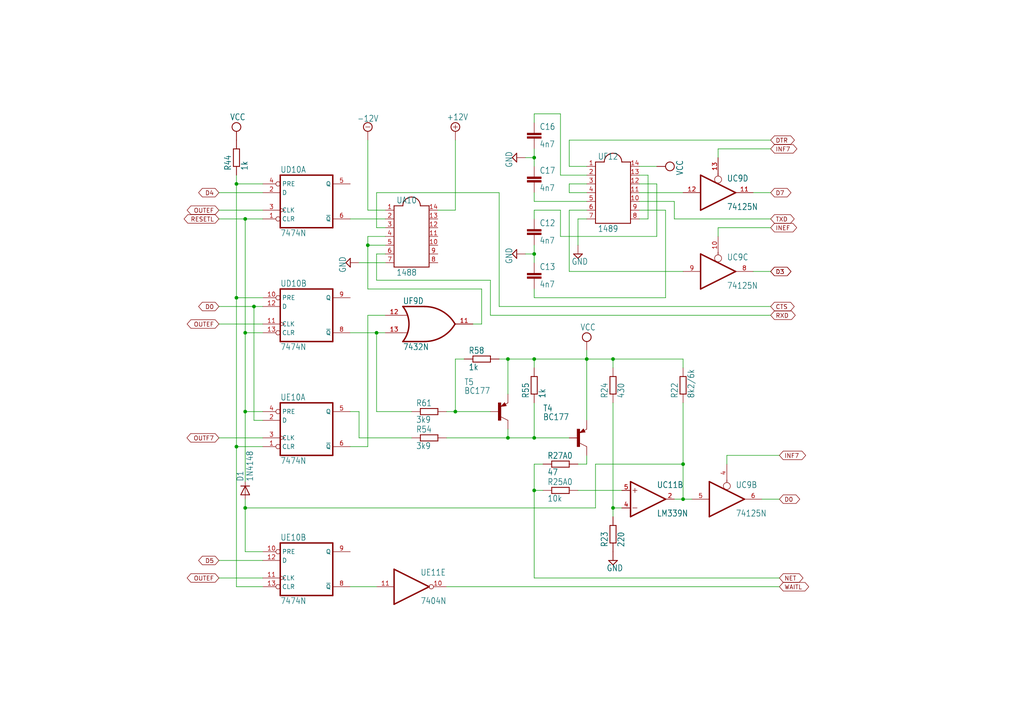
<source format=kicad_sch>
(kicad_sch (version 20230121) (generator eeschema)
  (paper "A4")
  (lib_symbols
    (symbol "HC2000:+12V" (power)
      (property "Value" "+12V" (at -2.54 3.175 0))
      (symbol "+12V_1_0"
        (polyline (pts (xy -0.635 1.27) (xy 0.635 1.27)) (stroke (width 0.1524)))
        (polyline (pts (xy 0 1.905) (xy 0 0.635)) (stroke (width 0.1524)))
        (circle (center 0 1.27) (radius 1.27) (stroke (width 0.254)))
        (pin power_in line (at 0 -2.54 90) (length 2.54) (name "+12V") (number "1"))
      )
    )
    (symbol "HC2000:-12V" (power)
      (property "Value" "-12V" (at -3.175 -4.699 0))
      (symbol "-12V_1_0"
        (circle (center 0 -1.27) (radius 1.27) (stroke (width 0.254)))
        (polyline (pts (xy -0.635 -1.27) (xy 0.635 -1.27)) (stroke (width 0.1524)))
        (pin power_in line (at 0 2.54 270) (length 2.54) (name "-12V") (number "1"))
      )
    )
    (symbol "HC2000:1N4148DO35-10"
      (property "Reference" "D" (at 2.54 0.4826 0))
      (property "Value" "1N4148DO35-10" (at 2.54 -2.3114 0))
      (symbol "1N4148DO35-10_1_0"
        (polyline (pts (xy -1.27 -1.27) (xy 1.27 0)) (stroke (width 0.254)))
        (polyline (pts (xy -1.27 1.27) (xy -1.27 -1.27)) (stroke (width 0.254)))
        (polyline (pts (xy 1.27 0) (xy -1.27 1.27)) (stroke (width 0.254)))
        (polyline (pts (xy 1.27 0) (xy 1.27 -1.27)) (stroke (width 0.254)))
        (polyline (pts (xy 1.27 1.27) (xy 1.27 0)) (stroke (width 0.254)))
        (pin passive line (at -2.54 0 0) (length 2.54) (name "A") (number "A"))
        (pin passive line (at 2.54 0 180) (length 2.54) (name "C") (number "C"))
      )
    )
    (symbol "HC2000:7404N"
      (property "Reference" "IC" (at -0.635 -0.635 0))
      (symbol "7404N_1_0"
        (polyline (pts (xy -5.08 -5.08) (xy -5.08 5.08)) (stroke (width 0.4064)))
        (polyline (pts (xy -5.08 5.08) (xy 5.08 0)) (stroke (width 0.4064)))
        (polyline (pts (xy 5.08 0) (xy -5.08 -5.08)) (stroke (width 0.4064)))
        (pin input line (at -10.16 0 0) (length 5.08) (name "I") (number "1"))
        (pin output inverted (at 10.16 0 180) (length 5.08) (name "O") (number "2"))
      )
      (symbol "7404N_2_0"
        (polyline (pts (xy -5.08 -5.08) (xy -5.08 5.08)) (stroke (width 0.4064)))
        (polyline (pts (xy -5.08 5.08) (xy 5.08 0)) (stroke (width 0.4064)))
        (polyline (pts (xy 5.08 0) (xy -5.08 -5.08)) (stroke (width 0.4064)))
        (pin input line (at -10.16 0 0) (length 5.08) (name "I") (number "3"))
        (pin output inverted (at 10.16 0 180) (length 5.08) (name "O") (number "4"))
      )
      (symbol "7404N_3_0"
        (polyline (pts (xy -5.08 -5.08) (xy -5.08 5.08)) (stroke (width 0.4064)))
        (polyline (pts (xy -5.08 5.08) (xy 5.08 0)) (stroke (width 0.4064)))
        (polyline (pts (xy 5.08 0) (xy -5.08 -5.08)) (stroke (width 0.4064)))
        (pin input line (at -10.16 0 0) (length 5.08) (name "I") (number "5"))
        (pin output inverted (at 10.16 0 180) (length 5.08) (name "O") (number "6"))
      )
      (symbol "7404N_4_0"
        (polyline (pts (xy -5.08 -5.08) (xy -5.08 5.08)) (stroke (width 0.4064)))
        (polyline (pts (xy -5.08 5.08) (xy 5.08 0)) (stroke (width 0.4064)))
        (polyline (pts (xy 5.08 0) (xy -5.08 -5.08)) (stroke (width 0.4064)))
        (pin output inverted (at 10.16 0 180) (length 5.08) (name "O") (number "8"))
        (pin input line (at -10.16 0 0) (length 5.08) (name "I") (number "9"))
      )
      (symbol "7404N_5_0"
        (polyline (pts (xy -5.08 -5.08) (xy -5.08 5.08)) (stroke (width 0.4064)))
        (polyline (pts (xy -5.08 5.08) (xy 5.08 0)) (stroke (width 0.4064)))
        (polyline (pts (xy 5.08 0) (xy -5.08 -5.08)) (stroke (width 0.4064)))
        (pin output inverted (at 10.16 0 180) (length 5.08) (name "O") (number "10"))
        (pin input line (at -10.16 0 0) (length 5.08) (name "I") (number "11"))
      )
      (symbol "7404N_6_0"
        (polyline (pts (xy -5.08 -5.08) (xy -5.08 5.08)) (stroke (width 0.4064)))
        (polyline (pts (xy -5.08 5.08) (xy 5.08 0)) (stroke (width 0.4064)))
        (polyline (pts (xy 5.08 0) (xy -5.08 -5.08)) (stroke (width 0.4064)))
        (pin output inverted (at 10.16 0 180) (length 5.08) (name "O") (number "12"))
        (pin input line (at -10.16 0 0) (length 5.08) (name "I") (number "13"))
      )
      (symbol "7404N_7_0"
        (text "GND" (at 1.905 -7.62 900) (effects (font (size 1.27 1.0795)) (justify left bottom)))
        (text "VCC" (at 1.905 5.08 900) (effects (font (size 1.27 1.0795)) (justify left bottom)))
        (pin power_in line (at 0 10.16 270) (length 7.62) (name "VCC") (number "14"))
        (pin power_in line (at 0 -10.16 90) (length 7.62) (name "GND") (number "7"))
      )
    )
    (symbol "HC2000:74125N"
      (property "Reference" "IC" (at -0.635 -0.635 0))
      (symbol "74125N_1_0"
        (polyline (pts (xy -5.08 -5.08) (xy -5.08 5.08)) (stroke (width 0.4064)))
        (polyline (pts (xy 0 4.826) (xy 0 5.588)) (stroke (width 0.1524)))
        (polyline (pts (xy 5.08 0) (xy -5.08 -5.08)) (stroke (width 0.4064)))
        (polyline (pts (xy 5.08 0) (xy -5.08 5.08)) (stroke (width 0.4064)))
        (circle (center 0 3.81) (radius 1.016) (stroke (width 0.1524)))
        (pin input line (at 0 10.16 270) (length 5.08) (name "OE") (number "1"))
        (pin input line (at -10.16 0 0) (length 5.08) (name "I") (number "2"))
        (pin tri_state line (at 10.16 0 180) (length 5.08) (name "O") (number "3"))
      )
      (symbol "74125N_2_0"
        (polyline (pts (xy -5.08 -5.08) (xy -5.08 5.08)) (stroke (width 0.4064)))
        (polyline (pts (xy 0 4.826) (xy 0 5.588)) (stroke (width 0.1524)))
        (polyline (pts (xy 5.08 0) (xy -5.08 -5.08)) (stroke (width 0.4064)))
        (polyline (pts (xy 5.08 0) (xy -5.08 5.08)) (stroke (width 0.4064)))
        (circle (center 0 3.81) (radius 1.016) (stroke (width 0.1524)))
        (pin input line (at 0 10.16 270) (length 5.08) (name "OE") (number "4"))
        (pin input line (at -10.16 0 0) (length 5.08) (name "I") (number "5"))
        (pin tri_state line (at 10.16 0 180) (length 5.08) (name "O") (number "6"))
      )
      (symbol "74125N_3_0"
        (polyline (pts (xy -5.08 -5.08) (xy -5.08 5.08)) (stroke (width 0.4064)))
        (polyline (pts (xy 0 4.826) (xy 0 5.588)) (stroke (width 0.1524)))
        (polyline (pts (xy 5.08 0) (xy -5.08 -5.08)) (stroke (width 0.4064)))
        (polyline (pts (xy 5.08 0) (xy -5.08 5.08)) (stroke (width 0.4064)))
        (circle (center 0 3.81) (radius 1.016) (stroke (width 0.1524)))
        (pin input line (at 0 10.16 270) (length 5.08) (name "OE") (number "10"))
        (pin tri_state line (at 10.16 0 180) (length 5.08) (name "O") (number "8"))
        (pin input line (at -10.16 0 0) (length 5.08) (name "I") (number "9"))
      )
      (symbol "74125N_4_0"
        (polyline (pts (xy -5.08 -5.08) (xy -5.08 5.08)) (stroke (width 0.4064)))
        (polyline (pts (xy 0 4.826) (xy 0 5.588)) (stroke (width 0.1524)))
        (polyline (pts (xy 5.08 0) (xy -5.08 -5.08)) (stroke (width 0.4064)))
        (polyline (pts (xy 5.08 0) (xy -5.08 5.08)) (stroke (width 0.4064)))
        (circle (center 0 3.81) (radius 1.016) (stroke (width 0.1524)))
        (pin tri_state line (at 10.16 0 180) (length 5.08) (name "O") (number "11"))
        (pin input line (at -10.16 0 0) (length 5.08) (name "I") (number "12"))
        (pin input line (at 0 10.16 270) (length 5.08) (name "OE") (number "13"))
      )
      (symbol "74125N_5_0"
        (text "GND" (at 1.905 -7.62 900) (effects (font (size 1.27 1.0795)) (justify left bottom)))
        (text "VCC" (at 1.905 5.08 900) (effects (font (size 1.27 1.0795)) (justify left bottom)))
        (pin power_in line (at 0 10.16 270) (length 7.62) (name "VCC") (number "14"))
        (pin power_in line (at 0 -10.16 90) (length 7.62) (name "GND") (number "7"))
      )
    )
    (symbol "HC2000:7432N"
      (property "Reference" "IC" (at -0.635 -0.635 0))
      (symbol "7432N_1_0"
        (arc (start -7.62 -5.08) (mid -5.838 0) (end -7.62 5.08) (stroke (width 0.4064)))
        (arc (start -1.2446 -5.0678) (mid 3.8372 -3.689) (end 7.5439 0.0507) (stroke (width 0.4064)))
        (polyline (pts (xy -7.62 -2.54) (xy -6.35 -2.54)) (stroke (width 0.1524)))
        (polyline (pts (xy -7.62 2.54) (xy -6.35 2.54)) (stroke (width 0.1524)))
        (polyline (pts (xy -1.27 -5.08) (xy -7.62 -5.08)) (stroke (width 0.4064)))
        (polyline (pts (xy -1.27 5.08) (xy -7.62 5.08)) (stroke (width 0.4064)))
        (arc (start 7.5442 -0.0505) (mid 3.8373 3.6892) (end -1.2446 5.0678) (stroke (width 0.4064)))
        (pin input line (at -12.7 2.54 0) (length 5.08) (name "I0") (number "1"))
        (pin input line (at -12.7 -2.54 0) (length 5.08) (name "I1") (number "2"))
        (pin output line (at 12.7 0 180) (length 5.08) (name "O") (number "3"))
      )
      (symbol "7432N_2_0"
        (arc (start -7.62 -5.08) (mid -5.838 0) (end -7.62 5.08) (stroke (width 0.4064)))
        (arc (start -1.2446 -5.0678) (mid 3.8372 -3.689) (end 7.5439 0.0507) (stroke (width 0.4064)))
        (polyline (pts (xy -7.62 -2.54) (xy -6.35 -2.54)) (stroke (width 0.1524)))
        (polyline (pts (xy -7.62 2.54) (xy -6.35 2.54)) (stroke (width 0.1524)))
        (polyline (pts (xy -1.27 -5.08) (xy -7.62 -5.08)) (stroke (width 0.4064)))
        (polyline (pts (xy -1.27 5.08) (xy -7.62 5.08)) (stroke (width 0.4064)))
        (arc (start 7.5442 -0.0505) (mid 3.8373 3.6892) (end -1.2446 5.0678) (stroke (width 0.4064)))
        (pin input line (at -12.7 2.54 0) (length 5.08) (name "I0") (number "4"))
        (pin input line (at -12.7 -2.54 0) (length 5.08) (name "I1") (number "5"))
        (pin output line (at 12.7 0 180) (length 5.08) (name "O") (number "6"))
      )
      (symbol "7432N_3_0"
        (arc (start -7.62 -5.08) (mid -5.838 0) (end -7.62 5.08) (stroke (width 0.4064)))
        (arc (start -1.2446 -5.0678) (mid 3.8372 -3.689) (end 7.5439 0.0507) (stroke (width 0.4064)))
        (polyline (pts (xy -7.62 -2.54) (xy -6.35 -2.54)) (stroke (width 0.1524)))
        (polyline (pts (xy -7.62 2.54) (xy -6.35 2.54)) (stroke (width 0.1524)))
        (polyline (pts (xy -1.27 -5.08) (xy -7.62 -5.08)) (stroke (width 0.4064)))
        (polyline (pts (xy -1.27 5.08) (xy -7.62 5.08)) (stroke (width 0.4064)))
        (arc (start 7.5442 -0.0505) (mid 3.8373 3.6892) (end -1.2446 5.0678) (stroke (width 0.4064)))
        (pin input line (at -12.7 -2.54 0) (length 5.08) (name "I1") (number "10"))
        (pin output line (at 12.7 0 180) (length 5.08) (name "O") (number "8"))
        (pin input line (at -12.7 2.54 0) (length 5.08) (name "I0") (number "9"))
      )
      (symbol "7432N_4_0"
        (arc (start -7.62 -5.08) (mid -5.838 0) (end -7.62 5.08) (stroke (width 0.4064)))
        (arc (start -1.2446 -5.0678) (mid 3.8372 -3.689) (end 7.5439 0.0507) (stroke (width 0.4064)))
        (polyline (pts (xy -7.62 -2.54) (xy -6.35 -2.54)) (stroke (width 0.1524)))
        (polyline (pts (xy -7.62 2.54) (xy -6.35 2.54)) (stroke (width 0.1524)))
        (polyline (pts (xy -1.27 -5.08) (xy -7.62 -5.08)) (stroke (width 0.4064)))
        (polyline (pts (xy -1.27 5.08) (xy -7.62 5.08)) (stroke (width 0.4064)))
        (arc (start 7.5442 -0.0505) (mid 3.8373 3.6892) (end -1.2446 5.0678) (stroke (width 0.4064)))
        (pin output line (at 12.7 0 180) (length 5.08) (name "O") (number "11"))
        (pin input line (at -12.7 2.54 0) (length 5.08) (name "I0") (number "12"))
        (pin input line (at -12.7 -2.54 0) (length 5.08) (name "I1") (number "13"))
      )
      (symbol "7432N_5_0"
        (text "GND" (at 1.905 -7.62 900) (effects (font (size 1.27 1.0795)) (justify left bottom)))
        (text "VCC" (at 1.905 5.08 900) (effects (font (size 1.27 1.0795)) (justify left bottom)))
        (pin power_in line (at 0 10.16 270) (length 7.62) (name "VCC") (number "14"))
        (pin power_in line (at 0 -10.16 90) (length 7.62) (name "GND") (number "7"))
      )
    )
    (symbol "HC2000:7474N"
      (property "Reference" "IC" (at -0.635 -0.635 0))
      (symbol "7474N_1_0"
        (polyline (pts (xy -7.62 -7.62) (xy 7.62 -7.62)) (stroke (width 0.4064)))
        (polyline (pts (xy -7.62 7.62) (xy -7.62 -7.62)) (stroke (width 0.4064)))
        (polyline (pts (xy 7.62 -7.62) (xy 7.62 7.62)) (stroke (width 0.4064)))
        (polyline (pts (xy 7.62 7.62) (xy -7.62 7.62)) (stroke (width 0.4064)))
        (pin input inverted (at -12.7 -5.08 0) (length 5.08) (name "CLR") (number "1"))
        (pin input line (at -12.7 2.54 0) (length 5.08) (name "D") (number "2"))
        (pin input clock (at -12.7 -2.54 0) (length 5.08) (name "CLK") (number "3"))
        (pin input inverted (at -12.7 5.08 0) (length 5.08) (name "PRE") (number "4"))
        (pin output line (at 12.7 5.08 180) (length 5.08) (name "Q") (number "5"))
        (pin output line (at 12.7 -5.08 180) (length 5.08) (name "~{Q}") (number "6"))
      )
      (symbol "7474N_2_0"
        (polyline (pts (xy -7.62 -7.62) (xy 7.62 -7.62)) (stroke (width 0.4064)))
        (polyline (pts (xy -7.62 7.62) (xy -7.62 -7.62)) (stroke (width 0.4064)))
        (polyline (pts (xy 7.62 -7.62) (xy 7.62 7.62)) (stroke (width 0.4064)))
        (polyline (pts (xy 7.62 7.62) (xy -7.62 7.62)) (stroke (width 0.4064)))
        (pin input inverted (at -12.7 5.08 0) (length 5.08) (name "PRE") (number "10"))
        (pin input clock (at -12.7 -2.54 0) (length 5.08) (name "CLK") (number "11"))
        (pin input line (at -12.7 2.54 0) (length 5.08) (name "D") (number "12"))
        (pin input inverted (at -12.7 -5.08 0) (length 5.08) (name "CLR") (number "13"))
        (pin output line (at 12.7 -5.08 180) (length 5.08) (name "~{Q}") (number "8"))
        (pin output line (at 12.7 5.08 180) (length 5.08) (name "Q") (number "9"))
      )
      (symbol "7474N_3_0"
        (text "GND" (at 1.905 -7.62 900) (effects (font (size 1.27 1.0795)) (justify left bottom)))
        (text "VCC" (at 1.905 5.08 900) (effects (font (size 1.27 1.0795)) (justify left bottom)))
        (pin power_in line (at 0 10.16 270) (length 7.62) (name "VCC") (number "14"))
        (pin power_in line (at 0 -10.16 90) (length 7.62) (name "GND") (number "7"))
      )
    )
    (symbol "HC2000:BC177"
      (property "Reference" "Q" (at -10.16 7.62 0))
      (property "Value" "BC177" (at -10.16 5.08 0))
      (symbol "BC177_1_0"
        (rectangle (start -0.254 -2.54) (end 0.508 2.54) (fill (type outline)))
        (polyline (pts (xy 0.516 1.478) (xy 2.086 1.678)) (stroke (width 0.1524)))
        (polyline (pts (xy 0.762 1.651) (xy 1.778 1.778)) (stroke (width 0.254)))
        (polyline (pts (xy 1.143 1.905) (xy 1.524 1.905)) (stroke (width 0.254)))
        (polyline (pts (xy 1.524 2.159) (xy 1.143 1.905)) (stroke (width 0.254)))
        (polyline (pts (xy 1.524 2.413) (xy 0.762 1.651)) (stroke (width 0.254)))
        (polyline (pts (xy 1.578 2.594) (xy 0.516 1.478)) (stroke (width 0.1524)))
        (polyline (pts (xy 1.778 1.778) (xy 1.524 2.159)) (stroke (width 0.254)))
        (polyline (pts (xy 1.905 1.778) (xy 1.524 2.413)) (stroke (width 0.254)))
        (polyline (pts (xy 2.086 1.678) (xy 1.578 2.594)) (stroke (width 0.1524)))
        (polyline (pts (xy 2.54 -2.54) (xy 0.508 -1.524)) (stroke (width 0.1524)))
        (polyline (pts (xy 2.54 2.54) (xy 1.808 2.124)) (stroke (width 0.1524)))
        (pin passive line (at 2.54 5.08 270) (length 2.54) (name "E") (number "1"))
        (pin passive line (at -2.54 0 0) (length 2.54) (name "B") (number "2"))
        (pin passive line (at 2.54 -5.08 90) (length 2.54) (name "C") (number "3"))
      )
    )
    (symbol "HC2000:C-EU025-025X050"
      (property "Reference" "C" (at 1.524 0.381 0))
      (property "Value" "C-EU025-025X050" (at 1.524 -4.699 0))
      (symbol "C-EU025-025X050_1_0"
        (rectangle (start -2.032 -2.032) (end 2.032 -1.524) (fill (type outline)))
        (rectangle (start -2.032 -1.016) (end 2.032 -0.508) (fill (type outline)))
        (polyline (pts (xy 0 -2.54) (xy 0 -2.032)) (stroke (width 0.1524)))
        (polyline (pts (xy 0 0) (xy 0 -0.508)) (stroke (width 0.1524)))
        (pin passive line (at 0 2.54 270) (length 2.54) (name "1") (number "1"))
        (pin passive line (at 0 -5.08 90) (length 2.54) (name "2") (number "2"))
      )
    )
    (symbol "HC2000:DIL14"
      (property "Reference" "IC" (at -4.445 9.525 0))
      (property "Value" "DIL14" (at -4.445 -11.43 0))
      (symbol "DIL14_1_0"
        (polyline (pts (xy -5.08 -8.89) (xy 5.08 -8.89)) (stroke (width 0.254)))
        (polyline (pts (xy -5.08 8.89) (xy -5.08 -8.89)) (stroke (width 0.254)))
        (polyline (pts (xy -5.08 8.89) (xy -2.54 8.89)) (stroke (width 0.254)))
        (polyline (pts (xy 5.08 -8.89) (xy 5.08 8.89)) (stroke (width 0.254)))
        (polyline (pts (xy 5.08 8.89) (xy 2.54 8.89)) (stroke (width 0.254)))
        (arc (start 2.54 8.89) (mid 0 11.419) (end -2.54 8.89) (stroke (width 0.254)))
        (pin passive line (at -7.62 7.62 0) (length 2.54) (name "1") (number "1"))
        (pin passive line (at 7.62 -2.54 180) (length 2.54) (name "10") (number "10"))
        (pin passive line (at 7.62 0 180) (length 2.54) (name "11") (number "11"))
        (pin passive line (at 7.62 2.54 180) (length 2.54) (name "12") (number "12"))
        (pin passive line (at 7.62 5.08 180) (length 2.54) (name "13") (number "13"))
        (pin passive line (at 7.62 7.62 180) (length 2.54) (name "14") (number "14"))
        (pin passive line (at -7.62 5.08 0) (length 2.54) (name "2") (number "2"))
        (pin passive line (at -7.62 2.54 0) (length 2.54) (name "3") (number "3"))
        (pin passive line (at -7.62 0 0) (length 2.54) (name "4") (number "4"))
        (pin passive line (at -7.62 -2.54 0) (length 2.54) (name "5") (number "5"))
        (pin passive line (at -7.62 -5.08 0) (length 2.54) (name "6") (number "6"))
        (pin passive line (at -7.62 -7.62 0) (length 2.54) (name "7") (number "7"))
        (pin passive line (at 7.62 -7.62 180) (length 2.54) (name "8") (number "8"))
        (pin passive line (at 7.62 -5.08 180) (length 2.54) (name "9") (number "9"))
      )
    )
    (symbol "HC2000:GND" (power)
      (property "Value" "GND" (at -1.905 -3.175 0))
      (symbol "GND_1_0"
        (polyline (pts (xy -1.27 0) (xy 1.27 0)) (stroke (width 0.254)))
        (polyline (pts (xy 0 -1.27) (xy -1.27 0)) (stroke (width 0.254)))
        (polyline (pts (xy 1.27 0) (xy 0 -1.27)) (stroke (width 0.254)))
        (pin power_in line (at 0 2.54 270) (length 2.54) (name "GND") (number "1"))
      )
    )
    (symbol "HC2000:LM339N"
      (property "Reference" "IC" (at 2.54 3.175 0))
      (property "Value" "LM339N" (at 2.54 -5.08 0))
      (symbol "LM339N_1_0"
        (text "GND" (at 1.27 -5.08 900) (effects (font (size 0.8128 0.6908)) (justify left bottom)))
        (text "V+" (at 1.27 3.175 900) (effects (font (size 0.8128 0.6908)) (justify left bottom)))
        (pin power_in line (at 0 -7.62 90) (length 5.08) (name "GND") (number "12"))
        (pin power_in line (at 0 7.62 270) (length 5.08) (name "V+") (number "3"))
      )
      (symbol "LM339N_2_0"
        (polyline (pts (xy -5.08 -5.08) (xy 5.08 0)) (stroke (width 0.4064)))
        (polyline (pts (xy -5.08 5.08) (xy -5.08 -5.08)) (stroke (width 0.4064)))
        (polyline (pts (xy -4.445 -2.54) (xy -3.175 -2.54)) (stroke (width 0.1524)))
        (polyline (pts (xy -4.445 2.54) (xy -3.175 2.54)) (stroke (width 0.1524)))
        (polyline (pts (xy -3.81 3.175) (xy -3.81 1.905)) (stroke (width 0.1524)))
        (polyline (pts (xy 5.08 0) (xy -5.08 5.08)) (stroke (width 0.4064)))
        (pin open_collector line (at 7.62 0 180) (length 2.54) (name "OUT") (number "2"))
        (pin input line (at -7.62 -2.54 0) (length 2.54) (name "-IN") (number "4"))
        (pin input line (at -7.62 2.54 0) (length 2.54) (name "+IN") (number "5"))
      )
      (symbol "LM339N_3_0"
        (polyline (pts (xy -5.08 -5.08) (xy 5.08 0)) (stroke (width 0.4064)))
        (polyline (pts (xy -5.08 5.08) (xy -5.08 -5.08)) (stroke (width 0.4064)))
        (polyline (pts (xy -4.445 -2.54) (xy -3.175 -2.54)) (stroke (width 0.1524)))
        (polyline (pts (xy -4.445 2.54) (xy -3.175 2.54)) (stroke (width 0.1524)))
        (polyline (pts (xy -3.81 3.175) (xy -3.81 1.905)) (stroke (width 0.1524)))
        (polyline (pts (xy 5.08 0) (xy -5.08 5.08)) (stroke (width 0.4064)))
        (pin open_collector line (at 7.62 0 180) (length 2.54) (name "OUT") (number "1"))
        (pin input line (at -7.62 -2.54 0) (length 2.54) (name "-IN") (number "6"))
        (pin input line (at -7.62 2.54 0) (length 2.54) (name "+IN") (number "7"))
      )
      (symbol "LM339N_4_0"
        (polyline (pts (xy -5.08 -5.08) (xy 5.08 0)) (stroke (width 0.4064)))
        (polyline (pts (xy -5.08 5.08) (xy -5.08 -5.08)) (stroke (width 0.4064)))
        (polyline (pts (xy -4.445 -2.54) (xy -3.175 -2.54)) (stroke (width 0.1524)))
        (polyline (pts (xy -4.445 2.54) (xy -3.175 2.54)) (stroke (width 0.1524)))
        (polyline (pts (xy -3.81 3.175) (xy -3.81 1.905)) (stroke (width 0.1524)))
        (polyline (pts (xy 5.08 0) (xy -5.08 5.08)) (stroke (width 0.4064)))
        (pin open_collector line (at 7.62 0 180) (length 2.54) (name "OUT") (number "14"))
        (pin input line (at -7.62 -2.54 0) (length 2.54) (name "-IN") (number "8"))
        (pin input line (at -7.62 2.54 0) (length 2.54) (name "+IN") (number "9"))
      )
      (symbol "LM339N_5_0"
        (polyline (pts (xy -5.08 -5.08) (xy 5.08 0)) (stroke (width 0.4064)))
        (polyline (pts (xy -5.08 5.08) (xy -5.08 -5.08)) (stroke (width 0.4064)))
        (polyline (pts (xy -4.445 -2.54) (xy -3.175 -2.54)) (stroke (width 0.1524)))
        (polyline (pts (xy -4.445 2.54) (xy -3.175 2.54)) (stroke (width 0.1524)))
        (polyline (pts (xy -3.81 3.175) (xy -3.81 1.905)) (stroke (width 0.1524)))
        (polyline (pts (xy 5.08 0) (xy -5.08 5.08)) (stroke (width 0.4064)))
        (pin input line (at -7.62 -2.54 0) (length 2.54) (name "-IN") (number "10"))
        (pin input line (at -7.62 2.54 0) (length 2.54) (name "+IN") (number "11"))
        (pin open_collector line (at 7.62 0 180) (length 2.54) (name "OUT") (number "13"))
      )
    )
    (symbol "HC2000:R-EU_0204{slash}7"
      (property "Reference" "R" (at -3.81 1.4986 0))
      (property "Value" "R-EU_0204{slash}7" (at -3.81 -3.302 0))
      (symbol "R-EU_0204{slash}7_1_0"
        (polyline (pts (xy -2.54 -0.889) (xy -2.54 0.889)) (stroke (width 0.254)))
        (polyline (pts (xy -2.54 -0.889) (xy 2.54 -0.889)) (stroke (width 0.254)))
        (polyline (pts (xy 2.54 -0.889) (xy 2.54 0.889)) (stroke (width 0.254)))
        (polyline (pts (xy 2.54 0.889) (xy -2.54 0.889)) (stroke (width 0.254)))
        (pin passive line (at -5.08 0 0) (length 2.54) (name "1") (number "1"))
        (pin passive line (at 5.08 0 180) (length 2.54) (name "2") (number "2"))
      )
    )
    (symbol "HC2000:VCC" (power)
      (property "Value" "VCC" (at -1.905 3.175 0))
      (symbol "VCC_1_0"
        (circle (center 0 1.27) (radius 1.27) (stroke (width 0.254)))
        (pin power_in line (at 0 -2.54 90) (length 2.54) (name "VCC") (number "1"))
      )
    )
  )
  (junction (at 68.58 53.34))
  (junction (at 147.32 104.14))
  (junction (at 73.66 88.9))
  (junction (at 170.18 104.14))
  (junction (at 68.58 129.54))
  (junction (at 71.12 63.5))
  (junction (at 109.22 96.52))
  (junction (at 177.8 147.32))
  (junction (at 154.94 104.14))
  (junction (at 198.12 134.62))
  (junction (at 154.94 45.72))
  (junction (at 147.32 127))
  (junction (at 68.58 86.36))
  (junction (at 132.08 119.38))
  (junction (at 71.12 147.32))
  (junction (at 154.94 142.24))
  (junction (at 154.94 127))
  (junction (at 71.12 96.52))
  (junction (at 71.12 119.38))
  (junction (at 177.8 104.14))
  (junction (at 154.94 73.66))
  (junction (at 198.12 144.78))
  (junction (at 106.68 71.12))
  (wire (pts (xy 190.5 48.26) (xy 185.42 48.26)))
  (wire (pts (xy 177.8 104.14) (xy 170.18 104.14)))
  (wire (pts (xy 154.94 55.88) (xy 154.94 58.42)))
  (wire (pts (xy 223.52 40.64) (xy 165.1 40.64)))
  (wire (pts (xy 71.12 119.38) (xy 76.2 119.38)))
  (wire (pts (xy 210.82 132.08) (xy 210.82 134.62)))
  (wire (pts (xy 104.14 127) (xy 104.14 119.38)))
  (wire (pts (xy 172.72 134.62) (xy 172.72 147.32)))
  (wire (pts (xy 147.32 127) (xy 154.94 127)))
  (wire (pts (xy 132.08 40.64) (xy 132.08 60.96)))
  (wire (pts (xy 170.18 134.62) (xy 167.64 134.62)))
  (wire (pts (xy 106.68 129.54) (xy 101.6 129.54)))
  (wire (pts (xy 200.66 144.78) (xy 198.12 144.78)))
  (wire (pts (xy 139.7 93.98) (xy 139.7 83.82)))
  (wire (pts (xy 68.58 50.8) (xy 68.58 53.34)))
  (wire (pts (xy 68.58 86.36) (xy 68.58 53.34)))
  (wire (pts (xy 223.52 66.04) (xy 208.28 66.04)))
  (wire (pts (xy 198.12 78.74) (xy 165.1 78.74)))
  (wire (pts (xy 185.42 63.5) (xy 187.96 63.5)))
  (wire (pts (xy 223.52 88.9) (xy 144.78 88.9)))
  (wire (pts (xy 223.52 63.5) (xy 195.58 63.5)))
  (wire (pts (xy 190.5 68.58) (xy 190.5 53.34)))
  (wire (pts (xy 157.48 134.62) (xy 154.94 134.62)))
  (wire (pts (xy 177.8 106.68) (xy 177.8 104.14)))
  (wire (pts (xy 63.5 127) (xy 76.2 127)))
  (wire (pts (xy 132.08 60.96) (xy 127 60.96)))
  (wire (pts (xy 63.5 162.56) (xy 76.2 162.56)))
  (wire (pts (xy 195.58 63.5) (xy 195.58 58.42)))
  (wire (pts (xy 167.64 142.24) (xy 180.34 142.24)))
  (wire (pts (xy 73.66 121.92) (xy 76.2 121.92)))
  (wire (pts (xy 154.94 106.68) (xy 154.94 104.14)))
  (wire (pts (xy 193.04 60.96) (xy 185.42 60.96)))
  (wire (pts (xy 109.22 73.66) (xy 109.22 81.28)))
  (wire (pts (xy 71.12 119.38) (xy 71.12 139.7)))
  (wire (pts (xy 165.1 40.64) (xy 165.1 48.26)))
  (wire (pts (xy 142.24 91.44) (xy 142.24 81.28)))
  (wire (pts (xy 154.94 127) (xy 154.94 116.84)))
  (wire (pts (xy 198.12 104.14) (xy 177.8 104.14)))
  (wire (pts (xy 147.32 104.14) (xy 147.32 114.3)))
  (wire (pts (xy 76.2 160.02) (xy 71.12 160.02)))
  (wire (pts (xy 170.18 53.34) (xy 165.1 53.34)))
  (wire (pts (xy 226.06 132.08) (xy 210.82 132.08)))
  (wire (pts (xy 104.14 76.2) (xy 111.76 76.2)))
  (wire (pts (xy 198.12 134.62) (xy 198.12 144.78)))
  (wire (pts (xy 147.32 124.46) (xy 147.32 127)))
  (wire (pts (xy 208.28 43.18) (xy 208.28 45.72)))
  (wire (pts (xy 154.94 45.72) (xy 154.94 48.26)))
  (wire (pts (xy 165.1 53.34) (xy 165.1 55.88)))
  (wire (pts (xy 198.12 144.78) (xy 195.58 144.78)))
  (wire (pts (xy 154.94 73.66) (xy 154.94 76.2)))
  (wire (pts (xy 63.5 93.98) (xy 76.2 93.98)))
  (wire (pts (xy 71.12 63.5) (xy 71.12 96.52)))
  (wire (pts (xy 76.2 63.5) (xy 71.12 63.5)))
  (wire (pts (xy 154.94 58.42) (xy 170.18 58.42)))
  (wire (pts (xy 223.52 55.88) (xy 218.44 55.88)))
  (wire (pts (xy 154.94 142.24) (xy 157.48 142.24)))
  (wire (pts (xy 129.54 119.38) (xy 132.08 119.38)))
  (wire (pts (xy 106.68 68.58) (xy 106.68 71.12)))
  (wire (pts (xy 154.94 83.82) (xy 154.94 86.36)))
  (wire (pts (xy 226.06 144.78) (xy 220.98 144.78)))
  (wire (pts (xy 68.58 53.34) (xy 76.2 53.34)))
  (wire (pts (xy 193.04 86.36) (xy 193.04 60.96)))
  (wire (pts (xy 165.1 127) (xy 154.94 127)))
  (wire (pts (xy 154.94 60.96) (xy 162.56 60.96)))
  (wire (pts (xy 170.18 121.92) (xy 170.18 104.14)))
  (wire (pts (xy 63.5 63.5) (xy 71.12 63.5)))
  (wire (pts (xy 223.52 43.18) (xy 208.28 43.18)))
  (wire (pts (xy 190.5 53.34) (xy 185.42 53.34)))
  (wire (pts (xy 223.52 78.74) (xy 218.44 78.74)))
  (wire (pts (xy 106.68 83.82) (xy 106.68 71.12)))
  (wire (pts (xy 198.12 55.88) (xy 185.42 55.88)))
  (wire (pts (xy 165.1 60.96) (xy 170.18 60.96)))
  (wire (pts (xy 198.12 116.84) (xy 198.12 134.62)))
  (wire (pts (xy 71.12 147.32) (xy 71.12 144.78)))
  (wire (pts (xy 187.96 63.5) (xy 187.96 50.8)))
  (wire (pts (xy 111.76 73.66) (xy 109.22 73.66)))
  (wire (pts (xy 101.6 96.52) (xy 109.22 96.52)))
  (wire (pts (xy 111.76 91.44) (xy 106.68 91.44)))
  (wire (pts (xy 101.6 170.18) (xy 109.22 170.18)))
  (wire (pts (xy 63.5 60.96) (xy 76.2 60.96)))
  (wire (pts (xy 106.68 71.12) (xy 111.76 71.12)))
  (wire (pts (xy 68.58 129.54) (xy 68.58 170.18)))
  (wire (pts (xy 223.52 91.44) (xy 142.24 91.44)))
  (wire (pts (xy 167.64 71.12) (xy 167.64 63.5)))
  (wire (pts (xy 195.58 58.42) (xy 185.42 58.42)))
  (wire (pts (xy 144.78 55.88) (xy 109.22 55.88)))
  (wire (pts (xy 63.5 88.9) (xy 73.66 88.9)))
  (wire (pts (xy 162.56 60.96) (xy 162.56 68.58)))
  (wire (pts (xy 129.54 127) (xy 147.32 127)))
  (wire (pts (xy 154.94 33.02) (xy 162.56 33.02)))
  (wire (pts (xy 63.5 167.64) (xy 76.2 167.64)))
  (wire (pts (xy 226.06 170.18) (xy 129.54 170.18)))
  (wire (pts (xy 177.8 149.86) (xy 177.8 147.32)))
  (wire (pts (xy 165.1 55.88) (xy 170.18 55.88)))
  (wire (pts (xy 101.6 63.5) (xy 111.76 63.5)))
  (wire (pts (xy 165.1 48.26) (xy 170.18 48.26)))
  (wire (pts (xy 106.68 91.44) (xy 106.68 129.54)))
  (wire (pts (xy 68.58 86.36) (xy 68.58 129.54)))
  (wire (pts (xy 106.68 40.64) (xy 106.68 60.96)))
  (wire (pts (xy 139.7 83.82) (xy 106.68 83.82)))
  (wire (pts (xy 76.2 170.18) (xy 68.58 170.18)))
  (wire (pts (xy 76.2 88.9) (xy 73.66 88.9)))
  (wire (pts (xy 170.18 132.08) (xy 170.18 134.62)))
  (wire (pts (xy 198.12 106.68) (xy 198.12 104.14)))
  (wire (pts (xy 187.96 50.8) (xy 185.42 50.8)))
  (wire (pts (xy 137.16 93.98) (xy 139.7 93.98)))
  (wire (pts (xy 198.12 134.62) (xy 172.72 134.62)))
  (wire (pts (xy 106.68 60.96) (xy 111.76 60.96)))
  (wire (pts (xy 147.32 104.14) (xy 154.94 104.14)))
  (wire (pts (xy 152.4 45.72) (xy 154.94 45.72)))
  (wire (pts (xy 111.76 68.58) (xy 106.68 68.58)))
  (wire (pts (xy 154.94 134.62) (xy 154.94 142.24)))
  (wire (pts (xy 109.22 81.28) (xy 142.24 81.28)))
  (wire (pts (xy 154.94 86.36) (xy 193.04 86.36)))
  (wire (pts (xy 119.38 119.38) (xy 109.22 119.38)))
  (wire (pts (xy 109.22 55.88) (xy 109.22 66.04)))
  (wire (pts (xy 162.56 50.8) (xy 170.18 50.8)))
  (wire (pts (xy 63.5 55.88) (xy 76.2 55.88)))
  (wire (pts (xy 144.78 104.14) (xy 147.32 104.14)))
  (wire (pts (xy 152.4 73.66) (xy 154.94 73.66)))
  (wire (pts (xy 104.14 119.38) (xy 101.6 119.38)))
  (wire (pts (xy 162.56 33.02) (xy 162.56 50.8)))
  (wire (pts (xy 144.78 88.9) (xy 144.78 55.88)))
  (wire (pts (xy 119.38 127) (xy 104.14 127)))
  (wire (pts (xy 154.94 43.18) (xy 154.94 45.72)))
  (wire (pts (xy 76.2 86.36) (xy 68.58 86.36)))
  (wire (pts (xy 208.28 66.04) (xy 208.28 68.58)))
  (wire (pts (xy 73.66 88.9) (xy 73.66 121.92)))
  (wire (pts (xy 109.22 96.52) (xy 111.76 96.52)))
  (wire (pts (xy 177.8 116.84) (xy 177.8 147.32)))
  (wire (pts (xy 71.12 160.02) (xy 71.12 147.32)))
  (wire (pts (xy 162.56 68.58) (xy 190.5 68.58)))
  (wire (pts (xy 154.94 167.64) (xy 154.94 142.24)))
  (wire (pts (xy 170.18 104.14) (xy 170.18 101.6)))
  (wire (pts (xy 167.64 63.5) (xy 170.18 63.5)))
  (wire (pts (xy 109.22 119.38) (xy 109.22 96.52)))
  (wire (pts (xy 154.94 71.12) (xy 154.94 73.66)))
  (wire (pts (xy 177.8 147.32) (xy 180.34 147.32)))
  (wire (pts (xy 132.08 104.14) (xy 132.08 119.38)))
  (wire (pts (xy 154.94 63.5) (xy 154.94 60.96)))
  (wire (pts (xy 71.12 96.52) (xy 71.12 119.38)))
  (wire (pts (xy 172.72 147.32) (xy 71.12 147.32)))
  (wire (pts (xy 109.22 66.04) (xy 111.76 66.04)))
  (wire (pts (xy 132.08 119.38) (xy 142.24 119.38)))
  (wire (pts (xy 154.94 104.14) (xy 170.18 104.14)))
  (wire (pts (xy 71.12 96.52) (xy 76.2 96.52)))
  (wire (pts (xy 154.94 35.56) (xy 154.94 33.02)))
  (wire (pts (xy 68.58 129.54) (xy 76.2 129.54)))
  (wire (pts (xy 226.06 167.64) (xy 154.94 167.64)))
  (wire (pts (xy 165.1 78.74) (xy 165.1 60.96)))
  (wire (pts (xy 134.62 104.14) (xy 132.08 104.14)))
  (global_label "D3" (shape bidirectional) (at 223.52 78.74 0) (effects (font (size 1.2446 1.2446))) (property "Intersheetrefs" "${INTERSHEET_REFS}" (effects hide)))
  (global_label "WAITL" (shape bidirectional) (at 226.06 170.18 0) (effects (font (size 1.2446 1.2446))) (property "Intersheetrefs" "${INTERSHEET_REFS}" (effects hide)))
  (global_label "D5" (shape bidirectional) (at 63.5 162.56 180) (effects (font (size 1.2446 1.2446))) (property "Intersheetrefs" "${INTERSHEET_REFS}" (effects hide)))
  (global_label "RXD" (shape bidirectional) (at 223.52 91.44 0) (effects (font (size 1.2446 1.2446))) (property "Intersheetrefs" "${INTERSHEET_REFS}" (effects hide)))
  (global_label "NET" (shape bidirectional) (at 226.06 167.64 0) (effects (font (size 1.2446 1.2446))) (property "Intersheetrefs" "${INTERSHEET_REFS}" (effects hide)))
  (global_label "OUTEF" (shape bidirectional) (at 63.5 60.96 180) (effects (font (size 1.2446 1.2446))) (property "Intersheetrefs" "${INTERSHEET_REFS}" (effects hide)))
  (global_label "INEF" (shape bidirectional) (at 223.52 66.04 0) (effects (font (size 1.2446 1.2446))) (property "Intersheetrefs" "${INTERSHEET_REFS}" (effects hide)))
  (global_label "RESETL" (shape bidirectional) (at 63.5 63.5 180) (effects (font (size 1.2446 1.2446))) (property "Intersheetrefs" "${INTERSHEET_REFS}" (effects hide)))
  (global_label "D3" (shape bidirectional) (at 223.52 78.74 0) (effects (font (size 1.2446 1.2446))) (property "Intersheetrefs" "${INTERSHEET_REFS}" (effects hide)))
  (global_label "DTR" (shape bidirectional) (at 223.52 40.64 0) (effects (font (size 1.2446 1.2446))) (property "Intersheetrefs" "${INTERSHEET_REFS}" (effects hide)))
  (global_label "INF7" (shape bidirectional) (at 226.06 132.08 0) (effects (font (size 1.2446 1.2446))) (property "Intersheetrefs" "${INTERSHEET_REFS}" (effects hide)))
  (global_label "D0" (shape bidirectional) (at 63.5 88.9 180) (effects (font (size 1.2446 1.2446))) (property "Intersheetrefs" "${INTERSHEET_REFS}" (effects hide)))
  (global_label "D4" (shape bidirectional) (at 63.5 55.88 180) (effects (font (size 1.2446 1.2446))) (property "Intersheetrefs" "${INTERSHEET_REFS}" (effects hide)))
  (global_label "OUTF7" (shape bidirectional) (at 63.5 127 180) (effects (font (size 1.2446 1.2446))) (property "Intersheetrefs" "${INTERSHEET_REFS}" (effects hide)))
  (global_label "OUTEF" (shape bidirectional) (at 63.5 93.98 180) (effects (font (size 1.2446 1.2446))) (property "Intersheetrefs" "${INTERSHEET_REFS}" (effects hide)))
  (global_label "D0" (shape bidirectional) (at 226.06 144.78 0) (effects (font (size 1.2446 1.2446))) (property "Intersheetrefs" "${INTERSHEET_REFS}" (effects hide)))
  (global_label "INF7" (shape bidirectional) (at 223.52 43.18 0) (effects (font (size 1.2446 1.2446))) (property "Intersheetrefs" "${INTERSHEET_REFS}" (effects hide)))
  (global_label "D7" (shape bidirectional) (at 223.52 55.88 0) (effects (font (size 1.2446 1.2446))) (property "Intersheetrefs" "${INTERSHEET_REFS}" (effects hide)))
  (global_label "TXD" (shape bidirectional) (at 223.52 63.5 0) (effects (font (size 1.2446 1.2446))) (property "Intersheetrefs" "${INTERSHEET_REFS}" (effects hide)))
  (global_label "CTS" (shape bidirectional) (at 223.52 88.9 0) (effects (font (size 1.2446 1.2446))) (property "Intersheetrefs" "${INTERSHEET_REFS}" (effects hide)))
  (global_label "OUTEF" (shape bidirectional) (at 63.5 167.64 180) (effects (font (size 1.2446 1.2446))) (property "Intersheetrefs" "${INTERSHEET_REFS}" (effects hide)))
  (symbol (lib_id "HC2000:7474N") (at 88.9 165.1 0) (unit 2)
    (property "Reference" "UE10" (at 81.28 156.845 0) (effects (font (size 1.778 1.5113)) (justify left bottom)))
    (property "Value" "7474N" (at 81.28 175.26 0) (effects (font (size 1.778 1.5113)) (justify left bottom)))
    (property "Footprint" "HC2000:DIL14" (effects hide))
  )
  (symbol (lib_id "HC2000:GND") (at 167.64 73.66 0) (unit 1)
    (property "Reference" "#SUPPLY090" (effects hide))
    (property "Value" "GND" (at 165.735 76.835 0) (effects (font (size 1.778 1.5113)) (justify left bottom)))
    (property "Footprint" "HC2000:" (effects hide))
  )
  (symbol (lib_id "HC2000:R-EU_0204{slash}7") (at 154.94 111.76 90) (unit 1)
    (property "Reference" "R55" (at 153.4414 115.57 0) (effects (font (size 1.778 1.5113)) (justify left bottom)))
    (property "Value" "1k" (at 158.242 115.57 0) (effects (font (size 1.778 1.5113)) (justify left bottom)))
    (property "Footprint" "HC2000:0204_7" (effects hide))
  )
  (symbol (lib_id "HC2000:BC177") (at 144.78 119.38 0) (unit 1)
    (property "Reference" "T5" (at 134.62 111.76 0) (effects (font (size 1.778 1.5113)) (justify left bottom)))
    (property "Value" "BC177" (at 134.62 114.3 0) (effects (font (size 1.778 1.5113)) (justify left bottom)))
    (property "Footprint" "HC2000:TO18" (effects hide))
  )
  (symbol (lib_id "HC2000:DIL14") (at 119.38 68.58 0) (unit 1)
    (property "Reference" "UA10" (at 114.935 59.055 0) (effects (font (size 1.778 1.5113)) (justify left bottom)))
    (property "Value" "1488" (at 114.935 80.01 0) (effects (font (size 1.778 1.5113)) (justify left bottom)))
    (property "Footprint" "HC2000:DIL14" (effects hide))
  )
  (symbol (lib_id "HC2000:1N4148DO35-10") (at 71.12 142.24 90) (unit 1)
    (property "Reference" "D1" (at 70.6374 139.7 0) (effects (font (size 1.778 1.5113)) (justify left bottom)))
    (property "Value" "1N4148" (at 73.4314 139.7 0) (effects (font (size 1.778 1.5113)) (justify left bottom)))
    (property "Footprint" "HC2000:DO35-10" (effects hide))
  )
  (symbol (lib_id "HC2000:R-EU_0204{slash}7") (at 177.8 154.94 90) (unit 1)
    (property "Reference" "R23" (at 176.3014 158.75 0) (effects (font (size 1.778 1.5113)) (justify left bottom)))
    (property "Value" "220" (at 181.102 158.75 0) (effects (font (size 1.778 1.5113)) (justify left bottom)))
    (property "Footprint" "HC2000:0204_7" (effects hide))
  )
  (symbol (lib_id "HC2000:BC177") (at 167.64 127 0) (unit 1)
    (property "Reference" "T4" (at 157.48 119.38 0) (effects (font (size 1.778 1.5113)) (justify left bottom)))
    (property "Value" "BC177" (at 157.48 121.92 0) (effects (font (size 1.778 1.5113)) (justify left bottom)))
    (property "Footprint" "HC2000:TO18" (effects hide))
  )
  (symbol (lib_id "HC2000:74125N") (at 208.28 55.88 0) (unit 4)
    (property "Reference" "UC9" (at 210.82 52.705 0) (effects (font (size 1.778 1.5113)) (justify left bottom)))
    (property "Value" "74125N" (at 210.82 60.96 0) (effects (font (size 1.778 1.5113)) (justify left bottom)))
    (property "Footprint" "HC2000:DIL14" (effects hide))
  )
  (symbol (lib_id "HC2000:LM339N") (at 187.96 144.78 0) (unit 2)
    (property "Reference" "UC11" (at 190.5 141.605 0) (effects (font (size 1.778 1.5113)) (justify left bottom)))
    (property "Value" "LM339N" (at 190.5 149.86 0) (effects (font (size 1.778 1.5113)) (justify left bottom)))
    (property "Footprint" "HC2000:DIL14" (effects hide))
  )
  (symbol (lib_id "HC2000:C-EU025-025X050") (at 154.94 50.8 0) (unit 1)
    (property "Reference" "C17" (at 156.464 50.419 0) (effects (font (size 1.778 1.5113)) (justify left bottom)))
    (property "Value" "4n7" (at 156.464 55.499 0) (effects (font (size 1.778 1.5113)) (justify left bottom)))
    (property "Footprint" "HC2000:C025-025X050" (effects hide))
  )
  (symbol (lib_id "HC2000:GND") (at 177.8 162.56 0) (unit 1)
    (property "Reference" "#SUPPLY086" (effects hide))
    (property "Value" "GND" (at 175.895 165.735 0) (effects (font (size 1.778 1.5113)) (justify left bottom)))
    (property "Footprint" "HC2000:" (effects hide))
  )
  (symbol (lib_id "HC2000:VCC") (at 193.04 48.26 270) (unit 1)
    (property "Reference" "#SUPPLY091" (effects hide))
    (property "Value" "VCC" (at 196.215 46.355 0) (effects (font (size 1.778 1.5113)) (justify left bottom)))
    (property "Footprint" "HC2000:" (effects hide))
  )
  (symbol (lib_id "HC2000:+12V") (at 132.08 38.1 0) (unit 1)
    (property "Reference" "#SUPPLY089" (effects hide))
    (property "Value" "+12V" (at 129.54 34.925 0) (effects (font (size 1.778 1.5113)) (justify left bottom)))
    (property "Footprint" "HC2000:" (effects hide))
  )
  (symbol (lib_id "HC2000:7474N") (at 88.9 124.46 0) (unit 1)
    (property "Reference" "UE10" (at 81.28 116.205 0) (effects (font (size 1.778 1.5113)) (justify left bottom)))
    (property "Value" "7474N" (at 81.28 134.62 0) (effects (font (size 1.778 1.5113)) (justify left bottom)))
    (property "Footprint" "HC2000:DIL14" (effects hide))
  )
  (symbol (lib_id "HC2000:7474N") (at 88.9 91.44 0) (unit 2)
    (property "Reference" "UD10" (at 81.28 83.185 0) (effects (font (size 1.778 1.5113)) (justify left bottom)))
    (property "Value" "7474N" (at 81.28 101.6 0) (effects (font (size 1.778 1.5113)) (justify left bottom)))
    (property "Footprint" "HC2000:DIL14" (effects hide))
  )
  (symbol (lib_id "HC2000:R-EU_0204{slash}7") (at 162.56 134.62 0) (unit 1)
    (property "Reference" "R27A0" (at 158.75 133.1214 0) (effects (font (size 1.778 1.5113)) (justify left bottom)))
    (property "Value" "47" (at 158.75 137.922 0) (effects (font (size 1.778 1.5113)) (justify left bottom)))
    (property "Footprint" "HC2000:0204_7" (effects hide))
  )
  (symbol (lib_id "HC2000:C-EU025-025X050") (at 154.94 38.1 0) (unit 1)
    (property "Reference" "C16" (at 156.464 37.719 0) (effects (font (size 1.778 1.5113)) (justify left bottom)))
    (property "Value" "4n7" (at 156.464 42.799 0) (effects (font (size 1.778 1.5113)) (justify left bottom)))
    (property "Footprint" "HC2000:C025-025X050" (effects hide))
  )
  (symbol (lib_id "HC2000:R-EU_0204{slash}7") (at 68.58 45.72 90) (unit 1)
    (property "Reference" "R44" (at 67.0814 49.53 0) (effects (font (size 1.778 1.5113)) (justify left bottom)))
    (property "Value" "1k" (at 71.882 49.53 0) (effects (font (size 1.778 1.5113)) (justify left bottom)))
    (property "Footprint" "HC2000:0204_7" (effects hide))
  )
  (symbol (lib_id "HC2000:GND") (at 149.86 73.66 270) (unit 1)
    (property "Reference" "#SUPPLY084" (effects hide))
    (property "Value" "GND" (at 146.685 71.755 0) (effects (font (size 1.778 1.5113)) (justify left bottom)))
    (property "Footprint" "HC2000:" (effects hide))
  )
  (symbol (lib_id "HC2000:7404N") (at 119.38 170.18 0) (unit 5)
    (property "Reference" "UE11" (at 121.92 167.005 0) (effects (font (size 1.778 1.5113)) (justify left bottom)))
    (property "Value" "7404N" (at 121.92 175.26 0) (effects (font (size 1.778 1.5113)) (justify left bottom)))
    (property "Footprint" "HC2000:DIL14" (effects hide))
  )
  (symbol (lib_id "HC2000:VCC") (at 170.18 99.06 0) (unit 1)
    (property "Reference" "#SUPPLY087" (effects hide))
    (property "Value" "VCC" (at 168.275 95.885 0) (effects (font (size 1.778 1.5113)) (justify left bottom)))
    (property "Footprint" "HC2000:" (effects hide))
  )
  (symbol (lib_id "HC2000:C-EU025-025X050") (at 154.94 66.04 0) (unit 1)
    (property "Reference" "C12" (at 156.464 65.659 0) (effects (font (size 1.778 1.5113)) (justify left bottom)))
    (property "Value" "4n7" (at 156.464 70.739 0) (effects (font (size 1.778 1.5113)) (justify left bottom)))
    (property "Footprint" "HC2000:C025-025X050" (effects hide))
  )
  (symbol (lib_id "HC2000:7432N") (at 124.46 93.98 0) (unit 4)
    (property "Reference" "UF9" (at 116.84 88.265 0) (effects (font (size 1.778 1.5113)) (justify left bottom)))
    (property "Value" "7432N" (at 116.84 101.6 0) (effects (font (size 1.778 1.5113)) (justify left bottom)))
    (property "Footprint" "HC2000:DIL14" (effects hide))
  )
  (symbol (lib_id "HC2000:R-EU_0204{slash}7") (at 198.12 111.76 90) (unit 1)
    (property "Reference" "R22" (at 196.6214 115.57 0) (effects (font (size 1.778 1.5113)) (justify left bottom)))
    (property "Value" "8k2/6k" (at 201.422 115.57 0) (effects (font (size 1.778 1.5113)) (justify left bottom)))
    (property "Footprint" "HC2000:0204_7" (effects hide))
  )
  (symbol (lib_id "HC2000:C-EU025-025X050") (at 154.94 78.74 0) (unit 1)
    (property "Reference" "C13" (at 156.464 78.359 0) (effects (font (size 1.778 1.5113)) (justify left bottom)))
    (property "Value" "4n7" (at 156.464 83.439 0) (effects (font (size 1.778 1.5113)) (justify left bottom)))
    (property "Footprint" "HC2000:C025-025X050" (effects hide))
  )
  (symbol (lib_id "HC2000:R-EU_0204{slash}7") (at 162.56 142.24 0) (unit 1)
    (property "Reference" "R25A0" (at 158.75 140.7414 0) (effects (font (size 1.778 1.5113)) (justify left bottom)))
    (property "Value" "10k" (at 158.75 145.542 0) (effects (font (size 1.778 1.5113)) (justify left bottom)))
    (property "Footprint" "HC2000:0204_7" (effects hide))
  )
  (symbol (lib_id "HC2000:R-EU_0204{slash}7") (at 124.46 127 0) (unit 1)
    (property "Reference" "R54" (at 120.65 125.5014 0) (effects (font (size 1.778 1.5113)) (justify left bottom)))
    (property "Value" "3k9" (at 120.65 130.302 0) (effects (font (size 1.778 1.5113)) (justify left bottom)))
    (property "Footprint" "HC2000:0204_7" (effects hide))
  )
  (symbol (lib_id "HC2000:R-EU_0204{slash}7") (at 177.8 111.76 90) (unit 1)
    (property "Reference" "R24" (at 176.3014 115.57 0) (effects (font (size 1.778 1.5113)) (justify left bottom)))
    (property "Value" "430" (at 181.102 115.57 0) (effects (font (size 1.778 1.5113)) (justify left bottom)))
    (property "Footprint" "HC2000:0204_7" (effects hide))
  )
  (symbol (lib_id "HC2000:-12V") (at 106.68 38.1 180) (unit 1)
    (property "Reference" "#SUPPLY0120" (effects hide))
    (property "Value" "-12V" (at 109.855 33.401 0) (effects (font (size 1.778 1.5113)) (justify left bottom)))
    (property "Footprint" "HC2000:" (effects hide))
  )
  (symbol (lib_id "HC2000:7474N") (at 88.9 58.42 0) (unit 1)
    (property "Reference" "UD10" (at 81.28 50.165 0) (effects (font (size 1.778 1.5113)) (justify left bottom)))
    (property "Value" "7474N" (at 81.28 68.58 0) (effects (font (size 1.778 1.5113)) (justify left bottom)))
    (property "Footprint" "HC2000:DIL14" (effects hide))
  )
  (symbol (lib_id "HC2000:VCC") (at 68.58 38.1 0) (unit 1)
    (property "Reference" "#SUPPLY082" (effects hide))
    (property "Value" "VCC" (at 66.675 34.925 0) (effects (font (size 1.778 1.5113)) (justify left bottom)))
    (property "Footprint" "HC2000:" (effects hide))
  )
  (symbol (lib_id "HC2000:DIL14") (at 177.8 55.88 0) (unit 1)
    (property "Reference" "UF12" (at 173.355 46.355 0) (effects (font (size 1.778 1.5113)) (justify left bottom)))
    (property "Value" "1489" (at 173.355 67.31 0) (effects (font (size 1.778 1.5113)) (justify left bottom)))
    (property "Footprint" "HC2000:DIL14" (effects hide))
  )
  (symbol (lib_id "HC2000:R-EU_0204{slash}7") (at 124.46 119.38 0) (unit 1)
    (property "Reference" "R61" (at 120.65 117.8814 0) (effects (font (size 1.778 1.5113)) (justify left bottom)))
    (property "Value" "3k9" (at 120.65 122.682 0) (effects (font (size 1.778 1.5113)) (justify left bottom)))
    (property "Footprint" "HC2000:0204_7" (effects hide))
  )
  (symbol (lib_id "HC2000:GND") (at 101.6 76.2 270) (unit 1)
    (property "Reference" "#SUPPLY088" (effects hide))
    (property "Value" "GND" (at 98.425 74.295 0) (effects (font (size 1.778 1.5113)) (justify left bottom)))
    (property "Footprint" "HC2000:" (effects hide))
  )
  (symbol (lib_id "HC2000:74125N") (at 208.28 78.74 0) (unit 3)
    (property "Reference" "UC9" (at 210.82 75.565 0) (effects (font (size 1.778 1.5113)) (justify left bottom)))
    (property "Value" "74125N" (at 210.82 83.82 0) (effects (font (size 1.778 1.5113)) (justify left bottom)))
    (property "Footprint" "HC2000:DIL14" (effects hide))
  )
  (symbol (lib_id "HC2000:R-EU_0204{slash}7") (at 139.7 104.14 0) (unit 1)
    (property "Reference" "R58" (at 135.89 102.6414 0) (effects (font (size 1.778 1.5113)) (justify left bottom)))
    (property "Value" "1k" (at 135.89 107.442 0) (effects (font (size 1.778 1.5113)) (justify left bottom)))
    (property "Footprint" "HC2000:0204_7" (effects hide))
  )
  (symbol (lib_id "HC2000:GND") (at 149.86 45.72 270) (unit 1)
    (property "Reference" "#SUPPLY083" (effects hide))
    (property "Value" "GND" (at 146.685 43.815 0) (effects (font (size 1.778 1.5113)) (justify left bottom)))
    (property "Footprint" "HC2000:" (effects hide))
  )
  (symbol (lib_id "HC2000:74125N") (at 210.82 144.78 0) (unit 2)
    (property "Reference" "UC9" (at 213.36 141.605 0) (effects (font (size 1.778 1.5113)) (justify left bottom)))
    (property "Value" "74125N" (at 213.36 149.86 0) (effects (font (size 1.778 1.5113)) (justify left bottom)))
    (property "Footprint" "HC2000:DIL14" (effects hide))
  )
)
</source>
